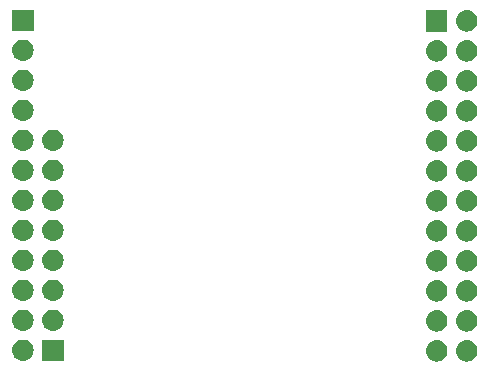
<source format=gbr>
G04 #@! TF.GenerationSoftware,KiCad,Pcbnew,5.1.2*
G04 #@! TF.CreationDate,2019-07-12T14:08:37+08:00*
G04 #@! TF.ProjectId,GPS,4750532e-6b69-4636-9164-5f7063625858,0.2*
G04 #@! TF.SameCoordinates,Original*
G04 #@! TF.FileFunction,Soldermask,Top*
G04 #@! TF.FilePolarity,Negative*
%FSLAX46Y46*%
G04 Gerber Fmt 4.6, Leading zero omitted, Abs format (unit mm)*
G04 Created by KiCad (PCBNEW 5.1.2) date 2019-07-12 14:08:37*
%MOMM*%
%LPD*%
G04 APERTURE LIST*
%ADD10C,0.100000*%
G04 APERTURE END LIST*
D10*
G36*
X144890442Y-84195518D02*
G01*
X144956627Y-84202037D01*
X145126466Y-84253557D01*
X145282991Y-84337222D01*
X145318729Y-84366552D01*
X145420186Y-84449814D01*
X145503448Y-84551271D01*
X145532778Y-84587009D01*
X145616443Y-84743534D01*
X145667963Y-84913373D01*
X145685359Y-85090000D01*
X145667963Y-85266627D01*
X145616443Y-85436466D01*
X145532778Y-85592991D01*
X145503448Y-85628729D01*
X145420186Y-85730186D01*
X145318729Y-85813448D01*
X145282991Y-85842778D01*
X145126466Y-85926443D01*
X144956627Y-85977963D01*
X144890442Y-85984482D01*
X144824260Y-85991000D01*
X144735740Y-85991000D01*
X144669558Y-85984482D01*
X144603373Y-85977963D01*
X144433534Y-85926443D01*
X144277009Y-85842778D01*
X144241271Y-85813448D01*
X144139814Y-85730186D01*
X144056552Y-85628729D01*
X144027222Y-85592991D01*
X143943557Y-85436466D01*
X143892037Y-85266627D01*
X143874641Y-85090000D01*
X143892037Y-84913373D01*
X143943557Y-84743534D01*
X144027222Y-84587009D01*
X144056552Y-84551271D01*
X144139814Y-84449814D01*
X144241271Y-84366552D01*
X144277009Y-84337222D01*
X144433534Y-84253557D01*
X144603373Y-84202037D01*
X144669558Y-84195518D01*
X144735740Y-84189000D01*
X144824260Y-84189000D01*
X144890442Y-84195518D01*
X144890442Y-84195518D01*
G37*
G36*
X142350442Y-84195518D02*
G01*
X142416627Y-84202037D01*
X142586466Y-84253557D01*
X142742991Y-84337222D01*
X142778729Y-84366552D01*
X142880186Y-84449814D01*
X142963448Y-84551271D01*
X142992778Y-84587009D01*
X143076443Y-84743534D01*
X143127963Y-84913373D01*
X143145359Y-85090000D01*
X143127963Y-85266627D01*
X143076443Y-85436466D01*
X142992778Y-85592991D01*
X142963448Y-85628729D01*
X142880186Y-85730186D01*
X142778729Y-85813448D01*
X142742991Y-85842778D01*
X142586466Y-85926443D01*
X142416627Y-85977963D01*
X142350442Y-85984482D01*
X142284260Y-85991000D01*
X142195740Y-85991000D01*
X142129558Y-85984482D01*
X142063373Y-85977963D01*
X141893534Y-85926443D01*
X141737009Y-85842778D01*
X141701271Y-85813448D01*
X141599814Y-85730186D01*
X141516552Y-85628729D01*
X141487222Y-85592991D01*
X141403557Y-85436466D01*
X141352037Y-85266627D01*
X141334641Y-85090000D01*
X141352037Y-84913373D01*
X141403557Y-84743534D01*
X141487222Y-84587009D01*
X141516552Y-84551271D01*
X141599814Y-84449814D01*
X141701271Y-84366552D01*
X141737009Y-84337222D01*
X141893534Y-84253557D01*
X142063373Y-84202037D01*
X142129558Y-84195518D01*
X142195740Y-84189000D01*
X142284260Y-84189000D01*
X142350442Y-84195518D01*
X142350442Y-84195518D01*
G37*
G36*
X110654400Y-85927500D02*
G01*
X108852400Y-85927500D01*
X108852400Y-84125500D01*
X110654400Y-84125500D01*
X110654400Y-85927500D01*
X110654400Y-85927500D01*
G37*
G36*
X107323843Y-84132019D02*
G01*
X107390027Y-84138537D01*
X107559866Y-84190057D01*
X107716391Y-84273722D01*
X107752129Y-84303052D01*
X107853586Y-84386314D01*
X107936848Y-84487771D01*
X107966178Y-84523509D01*
X108049843Y-84680034D01*
X108101363Y-84849873D01*
X108118759Y-85026500D01*
X108101363Y-85203127D01*
X108049843Y-85372966D01*
X107966178Y-85529491D01*
X107936848Y-85565229D01*
X107853586Y-85666686D01*
X107752129Y-85749948D01*
X107716391Y-85779278D01*
X107559866Y-85862943D01*
X107390027Y-85914463D01*
X107323842Y-85920982D01*
X107257660Y-85927500D01*
X107169140Y-85927500D01*
X107102958Y-85920982D01*
X107036773Y-85914463D01*
X106866934Y-85862943D01*
X106710409Y-85779278D01*
X106674671Y-85749948D01*
X106573214Y-85666686D01*
X106489952Y-85565229D01*
X106460622Y-85529491D01*
X106376957Y-85372966D01*
X106325437Y-85203127D01*
X106308041Y-85026500D01*
X106325437Y-84849873D01*
X106376957Y-84680034D01*
X106460622Y-84523509D01*
X106489952Y-84487771D01*
X106573214Y-84386314D01*
X106674671Y-84303052D01*
X106710409Y-84273722D01*
X106866934Y-84190057D01*
X107036773Y-84138537D01*
X107102957Y-84132019D01*
X107169140Y-84125500D01*
X107257660Y-84125500D01*
X107323843Y-84132019D01*
X107323843Y-84132019D01*
G37*
G36*
X142350443Y-81655519D02*
G01*
X142416627Y-81662037D01*
X142586466Y-81713557D01*
X142742991Y-81797222D01*
X142778729Y-81826552D01*
X142880186Y-81909814D01*
X142963448Y-82011271D01*
X142992778Y-82047009D01*
X143076443Y-82203534D01*
X143127963Y-82373373D01*
X143145359Y-82550000D01*
X143127963Y-82726627D01*
X143076443Y-82896466D01*
X142992778Y-83052991D01*
X142963448Y-83088729D01*
X142880186Y-83190186D01*
X142778729Y-83273448D01*
X142742991Y-83302778D01*
X142586466Y-83386443D01*
X142416627Y-83437963D01*
X142350443Y-83444481D01*
X142284260Y-83451000D01*
X142195740Y-83451000D01*
X142129557Y-83444481D01*
X142063373Y-83437963D01*
X141893534Y-83386443D01*
X141737009Y-83302778D01*
X141701271Y-83273448D01*
X141599814Y-83190186D01*
X141516552Y-83088729D01*
X141487222Y-83052991D01*
X141403557Y-82896466D01*
X141352037Y-82726627D01*
X141334641Y-82550000D01*
X141352037Y-82373373D01*
X141403557Y-82203534D01*
X141487222Y-82047009D01*
X141516552Y-82011271D01*
X141599814Y-81909814D01*
X141701271Y-81826552D01*
X141737009Y-81797222D01*
X141893534Y-81713557D01*
X142063373Y-81662037D01*
X142129557Y-81655519D01*
X142195740Y-81649000D01*
X142284260Y-81649000D01*
X142350443Y-81655519D01*
X142350443Y-81655519D01*
G37*
G36*
X144890443Y-81655519D02*
G01*
X144956627Y-81662037D01*
X145126466Y-81713557D01*
X145282991Y-81797222D01*
X145318729Y-81826552D01*
X145420186Y-81909814D01*
X145503448Y-82011271D01*
X145532778Y-82047009D01*
X145616443Y-82203534D01*
X145667963Y-82373373D01*
X145685359Y-82550000D01*
X145667963Y-82726627D01*
X145616443Y-82896466D01*
X145532778Y-83052991D01*
X145503448Y-83088729D01*
X145420186Y-83190186D01*
X145318729Y-83273448D01*
X145282991Y-83302778D01*
X145126466Y-83386443D01*
X144956627Y-83437963D01*
X144890443Y-83444481D01*
X144824260Y-83451000D01*
X144735740Y-83451000D01*
X144669557Y-83444481D01*
X144603373Y-83437963D01*
X144433534Y-83386443D01*
X144277009Y-83302778D01*
X144241271Y-83273448D01*
X144139814Y-83190186D01*
X144056552Y-83088729D01*
X144027222Y-83052991D01*
X143943557Y-82896466D01*
X143892037Y-82726627D01*
X143874641Y-82550000D01*
X143892037Y-82373373D01*
X143943557Y-82203534D01*
X144027222Y-82047009D01*
X144056552Y-82011271D01*
X144139814Y-81909814D01*
X144241271Y-81826552D01*
X144277009Y-81797222D01*
X144433534Y-81713557D01*
X144603373Y-81662037D01*
X144669557Y-81655519D01*
X144735740Y-81649000D01*
X144824260Y-81649000D01*
X144890443Y-81655519D01*
X144890443Y-81655519D01*
G37*
G36*
X107323842Y-81592018D02*
G01*
X107390027Y-81598537D01*
X107559866Y-81650057D01*
X107716391Y-81733722D01*
X107752129Y-81763052D01*
X107853586Y-81846314D01*
X107936848Y-81947771D01*
X107966178Y-81983509D01*
X108049843Y-82140034D01*
X108101363Y-82309873D01*
X108118759Y-82486500D01*
X108101363Y-82663127D01*
X108049843Y-82832966D01*
X107966178Y-82989491D01*
X107936848Y-83025229D01*
X107853586Y-83126686D01*
X107752129Y-83209948D01*
X107716391Y-83239278D01*
X107559866Y-83322943D01*
X107390027Y-83374463D01*
X107323842Y-83380982D01*
X107257660Y-83387500D01*
X107169140Y-83387500D01*
X107102958Y-83380982D01*
X107036773Y-83374463D01*
X106866934Y-83322943D01*
X106710409Y-83239278D01*
X106674671Y-83209948D01*
X106573214Y-83126686D01*
X106489952Y-83025229D01*
X106460622Y-82989491D01*
X106376957Y-82832966D01*
X106325437Y-82663127D01*
X106308041Y-82486500D01*
X106325437Y-82309873D01*
X106376957Y-82140034D01*
X106460622Y-81983509D01*
X106489952Y-81947771D01*
X106573214Y-81846314D01*
X106674671Y-81763052D01*
X106710409Y-81733722D01*
X106866934Y-81650057D01*
X107036773Y-81598537D01*
X107102958Y-81592018D01*
X107169140Y-81585500D01*
X107257660Y-81585500D01*
X107323842Y-81592018D01*
X107323842Y-81592018D01*
G37*
G36*
X109863842Y-81592018D02*
G01*
X109930027Y-81598537D01*
X110099866Y-81650057D01*
X110256391Y-81733722D01*
X110292129Y-81763052D01*
X110393586Y-81846314D01*
X110476848Y-81947771D01*
X110506178Y-81983509D01*
X110589843Y-82140034D01*
X110641363Y-82309873D01*
X110658759Y-82486500D01*
X110641363Y-82663127D01*
X110589843Y-82832966D01*
X110506178Y-82989491D01*
X110476848Y-83025229D01*
X110393586Y-83126686D01*
X110292129Y-83209948D01*
X110256391Y-83239278D01*
X110099866Y-83322943D01*
X109930027Y-83374463D01*
X109863842Y-83380982D01*
X109797660Y-83387500D01*
X109709140Y-83387500D01*
X109642958Y-83380982D01*
X109576773Y-83374463D01*
X109406934Y-83322943D01*
X109250409Y-83239278D01*
X109214671Y-83209948D01*
X109113214Y-83126686D01*
X109029952Y-83025229D01*
X109000622Y-82989491D01*
X108916957Y-82832966D01*
X108865437Y-82663127D01*
X108848041Y-82486500D01*
X108865437Y-82309873D01*
X108916957Y-82140034D01*
X109000622Y-81983509D01*
X109029952Y-81947771D01*
X109113214Y-81846314D01*
X109214671Y-81763052D01*
X109250409Y-81733722D01*
X109406934Y-81650057D01*
X109576773Y-81598537D01*
X109642958Y-81592018D01*
X109709140Y-81585500D01*
X109797660Y-81585500D01*
X109863842Y-81592018D01*
X109863842Y-81592018D01*
G37*
G36*
X142350443Y-79115519D02*
G01*
X142416627Y-79122037D01*
X142586466Y-79173557D01*
X142742991Y-79257222D01*
X142778729Y-79286552D01*
X142880186Y-79369814D01*
X142963448Y-79471271D01*
X142992778Y-79507009D01*
X143076443Y-79663534D01*
X143127963Y-79833373D01*
X143145359Y-80010000D01*
X143127963Y-80186627D01*
X143076443Y-80356466D01*
X142992778Y-80512991D01*
X142963448Y-80548729D01*
X142880186Y-80650186D01*
X142778729Y-80733448D01*
X142742991Y-80762778D01*
X142586466Y-80846443D01*
X142416627Y-80897963D01*
X142350442Y-80904482D01*
X142284260Y-80911000D01*
X142195740Y-80911000D01*
X142129558Y-80904482D01*
X142063373Y-80897963D01*
X141893534Y-80846443D01*
X141737009Y-80762778D01*
X141701271Y-80733448D01*
X141599814Y-80650186D01*
X141516552Y-80548729D01*
X141487222Y-80512991D01*
X141403557Y-80356466D01*
X141352037Y-80186627D01*
X141334641Y-80010000D01*
X141352037Y-79833373D01*
X141403557Y-79663534D01*
X141487222Y-79507009D01*
X141516552Y-79471271D01*
X141599814Y-79369814D01*
X141701271Y-79286552D01*
X141737009Y-79257222D01*
X141893534Y-79173557D01*
X142063373Y-79122037D01*
X142129557Y-79115519D01*
X142195740Y-79109000D01*
X142284260Y-79109000D01*
X142350443Y-79115519D01*
X142350443Y-79115519D01*
G37*
G36*
X144890443Y-79115519D02*
G01*
X144956627Y-79122037D01*
X145126466Y-79173557D01*
X145282991Y-79257222D01*
X145318729Y-79286552D01*
X145420186Y-79369814D01*
X145503448Y-79471271D01*
X145532778Y-79507009D01*
X145616443Y-79663534D01*
X145667963Y-79833373D01*
X145685359Y-80010000D01*
X145667963Y-80186627D01*
X145616443Y-80356466D01*
X145532778Y-80512991D01*
X145503448Y-80548729D01*
X145420186Y-80650186D01*
X145318729Y-80733448D01*
X145282991Y-80762778D01*
X145126466Y-80846443D01*
X144956627Y-80897963D01*
X144890442Y-80904482D01*
X144824260Y-80911000D01*
X144735740Y-80911000D01*
X144669558Y-80904482D01*
X144603373Y-80897963D01*
X144433534Y-80846443D01*
X144277009Y-80762778D01*
X144241271Y-80733448D01*
X144139814Y-80650186D01*
X144056552Y-80548729D01*
X144027222Y-80512991D01*
X143943557Y-80356466D01*
X143892037Y-80186627D01*
X143874641Y-80010000D01*
X143892037Y-79833373D01*
X143943557Y-79663534D01*
X144027222Y-79507009D01*
X144056552Y-79471271D01*
X144139814Y-79369814D01*
X144241271Y-79286552D01*
X144277009Y-79257222D01*
X144433534Y-79173557D01*
X144603373Y-79122037D01*
X144669557Y-79115519D01*
X144735740Y-79109000D01*
X144824260Y-79109000D01*
X144890443Y-79115519D01*
X144890443Y-79115519D01*
G37*
G36*
X107323842Y-79052018D02*
G01*
X107390027Y-79058537D01*
X107559866Y-79110057D01*
X107716391Y-79193722D01*
X107752129Y-79223052D01*
X107853586Y-79306314D01*
X107936848Y-79407771D01*
X107966178Y-79443509D01*
X108049843Y-79600034D01*
X108101363Y-79769873D01*
X108118759Y-79946500D01*
X108101363Y-80123127D01*
X108049843Y-80292966D01*
X107966178Y-80449491D01*
X107936848Y-80485229D01*
X107853586Y-80586686D01*
X107752129Y-80669948D01*
X107716391Y-80699278D01*
X107559866Y-80782943D01*
X107390027Y-80834463D01*
X107323842Y-80840982D01*
X107257660Y-80847500D01*
X107169140Y-80847500D01*
X107102958Y-80840982D01*
X107036773Y-80834463D01*
X106866934Y-80782943D01*
X106710409Y-80699278D01*
X106674671Y-80669948D01*
X106573214Y-80586686D01*
X106489952Y-80485229D01*
X106460622Y-80449491D01*
X106376957Y-80292966D01*
X106325437Y-80123127D01*
X106308041Y-79946500D01*
X106325437Y-79769873D01*
X106376957Y-79600034D01*
X106460622Y-79443509D01*
X106489952Y-79407771D01*
X106573214Y-79306314D01*
X106674671Y-79223052D01*
X106710409Y-79193722D01*
X106866934Y-79110057D01*
X107036773Y-79058537D01*
X107102958Y-79052018D01*
X107169140Y-79045500D01*
X107257660Y-79045500D01*
X107323842Y-79052018D01*
X107323842Y-79052018D01*
G37*
G36*
X109863842Y-79052018D02*
G01*
X109930027Y-79058537D01*
X110099866Y-79110057D01*
X110256391Y-79193722D01*
X110292129Y-79223052D01*
X110393586Y-79306314D01*
X110476848Y-79407771D01*
X110506178Y-79443509D01*
X110589843Y-79600034D01*
X110641363Y-79769873D01*
X110658759Y-79946500D01*
X110641363Y-80123127D01*
X110589843Y-80292966D01*
X110506178Y-80449491D01*
X110476848Y-80485229D01*
X110393586Y-80586686D01*
X110292129Y-80669948D01*
X110256391Y-80699278D01*
X110099866Y-80782943D01*
X109930027Y-80834463D01*
X109863842Y-80840982D01*
X109797660Y-80847500D01*
X109709140Y-80847500D01*
X109642958Y-80840982D01*
X109576773Y-80834463D01*
X109406934Y-80782943D01*
X109250409Y-80699278D01*
X109214671Y-80669948D01*
X109113214Y-80586686D01*
X109029952Y-80485229D01*
X109000622Y-80449491D01*
X108916957Y-80292966D01*
X108865437Y-80123127D01*
X108848041Y-79946500D01*
X108865437Y-79769873D01*
X108916957Y-79600034D01*
X109000622Y-79443509D01*
X109029952Y-79407771D01*
X109113214Y-79306314D01*
X109214671Y-79223052D01*
X109250409Y-79193722D01*
X109406934Y-79110057D01*
X109576773Y-79058537D01*
X109642958Y-79052018D01*
X109709140Y-79045500D01*
X109797660Y-79045500D01*
X109863842Y-79052018D01*
X109863842Y-79052018D01*
G37*
G36*
X144890443Y-76575519D02*
G01*
X144956627Y-76582037D01*
X145126466Y-76633557D01*
X145282991Y-76717222D01*
X145318729Y-76746552D01*
X145420186Y-76829814D01*
X145503448Y-76931271D01*
X145532778Y-76967009D01*
X145616443Y-77123534D01*
X145667963Y-77293373D01*
X145685359Y-77470000D01*
X145667963Y-77646627D01*
X145616443Y-77816466D01*
X145532778Y-77972991D01*
X145503448Y-78008729D01*
X145420186Y-78110186D01*
X145318729Y-78193448D01*
X145282991Y-78222778D01*
X145126466Y-78306443D01*
X144956627Y-78357963D01*
X144890443Y-78364481D01*
X144824260Y-78371000D01*
X144735740Y-78371000D01*
X144669557Y-78364481D01*
X144603373Y-78357963D01*
X144433534Y-78306443D01*
X144277009Y-78222778D01*
X144241271Y-78193448D01*
X144139814Y-78110186D01*
X144056552Y-78008729D01*
X144027222Y-77972991D01*
X143943557Y-77816466D01*
X143892037Y-77646627D01*
X143874641Y-77470000D01*
X143892037Y-77293373D01*
X143943557Y-77123534D01*
X144027222Y-76967009D01*
X144056552Y-76931271D01*
X144139814Y-76829814D01*
X144241271Y-76746552D01*
X144277009Y-76717222D01*
X144433534Y-76633557D01*
X144603373Y-76582037D01*
X144669557Y-76575519D01*
X144735740Y-76569000D01*
X144824260Y-76569000D01*
X144890443Y-76575519D01*
X144890443Y-76575519D01*
G37*
G36*
X142350443Y-76575519D02*
G01*
X142416627Y-76582037D01*
X142586466Y-76633557D01*
X142742991Y-76717222D01*
X142778729Y-76746552D01*
X142880186Y-76829814D01*
X142963448Y-76931271D01*
X142992778Y-76967009D01*
X143076443Y-77123534D01*
X143127963Y-77293373D01*
X143145359Y-77470000D01*
X143127963Y-77646627D01*
X143076443Y-77816466D01*
X142992778Y-77972991D01*
X142963448Y-78008729D01*
X142880186Y-78110186D01*
X142778729Y-78193448D01*
X142742991Y-78222778D01*
X142586466Y-78306443D01*
X142416627Y-78357963D01*
X142350443Y-78364481D01*
X142284260Y-78371000D01*
X142195740Y-78371000D01*
X142129557Y-78364481D01*
X142063373Y-78357963D01*
X141893534Y-78306443D01*
X141737009Y-78222778D01*
X141701271Y-78193448D01*
X141599814Y-78110186D01*
X141516552Y-78008729D01*
X141487222Y-77972991D01*
X141403557Y-77816466D01*
X141352037Y-77646627D01*
X141334641Y-77470000D01*
X141352037Y-77293373D01*
X141403557Y-77123534D01*
X141487222Y-76967009D01*
X141516552Y-76931271D01*
X141599814Y-76829814D01*
X141701271Y-76746552D01*
X141737009Y-76717222D01*
X141893534Y-76633557D01*
X142063373Y-76582037D01*
X142129557Y-76575519D01*
X142195740Y-76569000D01*
X142284260Y-76569000D01*
X142350443Y-76575519D01*
X142350443Y-76575519D01*
G37*
G36*
X109863842Y-76512018D02*
G01*
X109930027Y-76518537D01*
X110099866Y-76570057D01*
X110256391Y-76653722D01*
X110292129Y-76683052D01*
X110393586Y-76766314D01*
X110476848Y-76867771D01*
X110506178Y-76903509D01*
X110589843Y-77060034D01*
X110641363Y-77229873D01*
X110658759Y-77406500D01*
X110641363Y-77583127D01*
X110589843Y-77752966D01*
X110506178Y-77909491D01*
X110476848Y-77945229D01*
X110393586Y-78046686D01*
X110292129Y-78129948D01*
X110256391Y-78159278D01*
X110099866Y-78242943D01*
X109930027Y-78294463D01*
X109863843Y-78300981D01*
X109797660Y-78307500D01*
X109709140Y-78307500D01*
X109642957Y-78300981D01*
X109576773Y-78294463D01*
X109406934Y-78242943D01*
X109250409Y-78159278D01*
X109214671Y-78129948D01*
X109113214Y-78046686D01*
X109029952Y-77945229D01*
X109000622Y-77909491D01*
X108916957Y-77752966D01*
X108865437Y-77583127D01*
X108848041Y-77406500D01*
X108865437Y-77229873D01*
X108916957Y-77060034D01*
X109000622Y-76903509D01*
X109029952Y-76867771D01*
X109113214Y-76766314D01*
X109214671Y-76683052D01*
X109250409Y-76653722D01*
X109406934Y-76570057D01*
X109576773Y-76518537D01*
X109642958Y-76512018D01*
X109709140Y-76505500D01*
X109797660Y-76505500D01*
X109863842Y-76512018D01*
X109863842Y-76512018D01*
G37*
G36*
X107323842Y-76512018D02*
G01*
X107390027Y-76518537D01*
X107559866Y-76570057D01*
X107716391Y-76653722D01*
X107752129Y-76683052D01*
X107853586Y-76766314D01*
X107936848Y-76867771D01*
X107966178Y-76903509D01*
X108049843Y-77060034D01*
X108101363Y-77229873D01*
X108118759Y-77406500D01*
X108101363Y-77583127D01*
X108049843Y-77752966D01*
X107966178Y-77909491D01*
X107936848Y-77945229D01*
X107853586Y-78046686D01*
X107752129Y-78129948D01*
X107716391Y-78159278D01*
X107559866Y-78242943D01*
X107390027Y-78294463D01*
X107323843Y-78300981D01*
X107257660Y-78307500D01*
X107169140Y-78307500D01*
X107102957Y-78300981D01*
X107036773Y-78294463D01*
X106866934Y-78242943D01*
X106710409Y-78159278D01*
X106674671Y-78129948D01*
X106573214Y-78046686D01*
X106489952Y-77945229D01*
X106460622Y-77909491D01*
X106376957Y-77752966D01*
X106325437Y-77583127D01*
X106308041Y-77406500D01*
X106325437Y-77229873D01*
X106376957Y-77060034D01*
X106460622Y-76903509D01*
X106489952Y-76867771D01*
X106573214Y-76766314D01*
X106674671Y-76683052D01*
X106710409Y-76653722D01*
X106866934Y-76570057D01*
X107036773Y-76518537D01*
X107102958Y-76512018D01*
X107169140Y-76505500D01*
X107257660Y-76505500D01*
X107323842Y-76512018D01*
X107323842Y-76512018D01*
G37*
G36*
X144890442Y-74035518D02*
G01*
X144956627Y-74042037D01*
X145126466Y-74093557D01*
X145282991Y-74177222D01*
X145318729Y-74206552D01*
X145420186Y-74289814D01*
X145503448Y-74391271D01*
X145532778Y-74427009D01*
X145616443Y-74583534D01*
X145667963Y-74753373D01*
X145685359Y-74930000D01*
X145667963Y-75106627D01*
X145616443Y-75276466D01*
X145532778Y-75432991D01*
X145503448Y-75468729D01*
X145420186Y-75570186D01*
X145318729Y-75653448D01*
X145282991Y-75682778D01*
X145126466Y-75766443D01*
X144956627Y-75817963D01*
X144890442Y-75824482D01*
X144824260Y-75831000D01*
X144735740Y-75831000D01*
X144669558Y-75824482D01*
X144603373Y-75817963D01*
X144433534Y-75766443D01*
X144277009Y-75682778D01*
X144241271Y-75653448D01*
X144139814Y-75570186D01*
X144056552Y-75468729D01*
X144027222Y-75432991D01*
X143943557Y-75276466D01*
X143892037Y-75106627D01*
X143874641Y-74930000D01*
X143892037Y-74753373D01*
X143943557Y-74583534D01*
X144027222Y-74427009D01*
X144056552Y-74391271D01*
X144139814Y-74289814D01*
X144241271Y-74206552D01*
X144277009Y-74177222D01*
X144433534Y-74093557D01*
X144603373Y-74042037D01*
X144669558Y-74035518D01*
X144735740Y-74029000D01*
X144824260Y-74029000D01*
X144890442Y-74035518D01*
X144890442Y-74035518D01*
G37*
G36*
X142350442Y-74035518D02*
G01*
X142416627Y-74042037D01*
X142586466Y-74093557D01*
X142742991Y-74177222D01*
X142778729Y-74206552D01*
X142880186Y-74289814D01*
X142963448Y-74391271D01*
X142992778Y-74427009D01*
X143076443Y-74583534D01*
X143127963Y-74753373D01*
X143145359Y-74930000D01*
X143127963Y-75106627D01*
X143076443Y-75276466D01*
X142992778Y-75432991D01*
X142963448Y-75468729D01*
X142880186Y-75570186D01*
X142778729Y-75653448D01*
X142742991Y-75682778D01*
X142586466Y-75766443D01*
X142416627Y-75817963D01*
X142350442Y-75824482D01*
X142284260Y-75831000D01*
X142195740Y-75831000D01*
X142129558Y-75824482D01*
X142063373Y-75817963D01*
X141893534Y-75766443D01*
X141737009Y-75682778D01*
X141701271Y-75653448D01*
X141599814Y-75570186D01*
X141516552Y-75468729D01*
X141487222Y-75432991D01*
X141403557Y-75276466D01*
X141352037Y-75106627D01*
X141334641Y-74930000D01*
X141352037Y-74753373D01*
X141403557Y-74583534D01*
X141487222Y-74427009D01*
X141516552Y-74391271D01*
X141599814Y-74289814D01*
X141701271Y-74206552D01*
X141737009Y-74177222D01*
X141893534Y-74093557D01*
X142063373Y-74042037D01*
X142129558Y-74035518D01*
X142195740Y-74029000D01*
X142284260Y-74029000D01*
X142350442Y-74035518D01*
X142350442Y-74035518D01*
G37*
G36*
X107323843Y-73972019D02*
G01*
X107390027Y-73978537D01*
X107559866Y-74030057D01*
X107716391Y-74113722D01*
X107752129Y-74143052D01*
X107853586Y-74226314D01*
X107936848Y-74327771D01*
X107966178Y-74363509D01*
X108049843Y-74520034D01*
X108101363Y-74689873D01*
X108118759Y-74866500D01*
X108101363Y-75043127D01*
X108049843Y-75212966D01*
X107966178Y-75369491D01*
X107936848Y-75405229D01*
X107853586Y-75506686D01*
X107752129Y-75589948D01*
X107716391Y-75619278D01*
X107559866Y-75702943D01*
X107390027Y-75754463D01*
X107323842Y-75760982D01*
X107257660Y-75767500D01*
X107169140Y-75767500D01*
X107102958Y-75760982D01*
X107036773Y-75754463D01*
X106866934Y-75702943D01*
X106710409Y-75619278D01*
X106674671Y-75589948D01*
X106573214Y-75506686D01*
X106489952Y-75405229D01*
X106460622Y-75369491D01*
X106376957Y-75212966D01*
X106325437Y-75043127D01*
X106308041Y-74866500D01*
X106325437Y-74689873D01*
X106376957Y-74520034D01*
X106460622Y-74363509D01*
X106489952Y-74327771D01*
X106573214Y-74226314D01*
X106674671Y-74143052D01*
X106710409Y-74113722D01*
X106866934Y-74030057D01*
X107036773Y-73978537D01*
X107102957Y-73972019D01*
X107169140Y-73965500D01*
X107257660Y-73965500D01*
X107323843Y-73972019D01*
X107323843Y-73972019D01*
G37*
G36*
X109863843Y-73972019D02*
G01*
X109930027Y-73978537D01*
X110099866Y-74030057D01*
X110256391Y-74113722D01*
X110292129Y-74143052D01*
X110393586Y-74226314D01*
X110476848Y-74327771D01*
X110506178Y-74363509D01*
X110589843Y-74520034D01*
X110641363Y-74689873D01*
X110658759Y-74866500D01*
X110641363Y-75043127D01*
X110589843Y-75212966D01*
X110506178Y-75369491D01*
X110476848Y-75405229D01*
X110393586Y-75506686D01*
X110292129Y-75589948D01*
X110256391Y-75619278D01*
X110099866Y-75702943D01*
X109930027Y-75754463D01*
X109863842Y-75760982D01*
X109797660Y-75767500D01*
X109709140Y-75767500D01*
X109642958Y-75760982D01*
X109576773Y-75754463D01*
X109406934Y-75702943D01*
X109250409Y-75619278D01*
X109214671Y-75589948D01*
X109113214Y-75506686D01*
X109029952Y-75405229D01*
X109000622Y-75369491D01*
X108916957Y-75212966D01*
X108865437Y-75043127D01*
X108848041Y-74866500D01*
X108865437Y-74689873D01*
X108916957Y-74520034D01*
X109000622Y-74363509D01*
X109029952Y-74327771D01*
X109113214Y-74226314D01*
X109214671Y-74143052D01*
X109250409Y-74113722D01*
X109406934Y-74030057D01*
X109576773Y-73978537D01*
X109642957Y-73972019D01*
X109709140Y-73965500D01*
X109797660Y-73965500D01*
X109863843Y-73972019D01*
X109863843Y-73972019D01*
G37*
G36*
X144890443Y-71495519D02*
G01*
X144956627Y-71502037D01*
X145126466Y-71553557D01*
X145282991Y-71637222D01*
X145318729Y-71666552D01*
X145420186Y-71749814D01*
X145503448Y-71851271D01*
X145532778Y-71887009D01*
X145616443Y-72043534D01*
X145667963Y-72213373D01*
X145685359Y-72390000D01*
X145667963Y-72566627D01*
X145616443Y-72736466D01*
X145532778Y-72892991D01*
X145503448Y-72928729D01*
X145420186Y-73030186D01*
X145318729Y-73113448D01*
X145282991Y-73142778D01*
X145126466Y-73226443D01*
X144956627Y-73277963D01*
X144890443Y-73284481D01*
X144824260Y-73291000D01*
X144735740Y-73291000D01*
X144669557Y-73284481D01*
X144603373Y-73277963D01*
X144433534Y-73226443D01*
X144277009Y-73142778D01*
X144241271Y-73113448D01*
X144139814Y-73030186D01*
X144056552Y-72928729D01*
X144027222Y-72892991D01*
X143943557Y-72736466D01*
X143892037Y-72566627D01*
X143874641Y-72390000D01*
X143892037Y-72213373D01*
X143943557Y-72043534D01*
X144027222Y-71887009D01*
X144056552Y-71851271D01*
X144139814Y-71749814D01*
X144241271Y-71666552D01*
X144277009Y-71637222D01*
X144433534Y-71553557D01*
X144603373Y-71502037D01*
X144669557Y-71495519D01*
X144735740Y-71489000D01*
X144824260Y-71489000D01*
X144890443Y-71495519D01*
X144890443Y-71495519D01*
G37*
G36*
X142350443Y-71495519D02*
G01*
X142416627Y-71502037D01*
X142586466Y-71553557D01*
X142742991Y-71637222D01*
X142778729Y-71666552D01*
X142880186Y-71749814D01*
X142963448Y-71851271D01*
X142992778Y-71887009D01*
X143076443Y-72043534D01*
X143127963Y-72213373D01*
X143145359Y-72390000D01*
X143127963Y-72566627D01*
X143076443Y-72736466D01*
X142992778Y-72892991D01*
X142963448Y-72928729D01*
X142880186Y-73030186D01*
X142778729Y-73113448D01*
X142742991Y-73142778D01*
X142586466Y-73226443D01*
X142416627Y-73277963D01*
X142350443Y-73284481D01*
X142284260Y-73291000D01*
X142195740Y-73291000D01*
X142129557Y-73284481D01*
X142063373Y-73277963D01*
X141893534Y-73226443D01*
X141737009Y-73142778D01*
X141701271Y-73113448D01*
X141599814Y-73030186D01*
X141516552Y-72928729D01*
X141487222Y-72892991D01*
X141403557Y-72736466D01*
X141352037Y-72566627D01*
X141334641Y-72390000D01*
X141352037Y-72213373D01*
X141403557Y-72043534D01*
X141487222Y-71887009D01*
X141516552Y-71851271D01*
X141599814Y-71749814D01*
X141701271Y-71666552D01*
X141737009Y-71637222D01*
X141893534Y-71553557D01*
X142063373Y-71502037D01*
X142129557Y-71495519D01*
X142195740Y-71489000D01*
X142284260Y-71489000D01*
X142350443Y-71495519D01*
X142350443Y-71495519D01*
G37*
G36*
X109863843Y-71432019D02*
G01*
X109930027Y-71438537D01*
X110099866Y-71490057D01*
X110256391Y-71573722D01*
X110292129Y-71603052D01*
X110393586Y-71686314D01*
X110476848Y-71787771D01*
X110506178Y-71823509D01*
X110589843Y-71980034D01*
X110641363Y-72149873D01*
X110658759Y-72326500D01*
X110641363Y-72503127D01*
X110589843Y-72672966D01*
X110506178Y-72829491D01*
X110476848Y-72865229D01*
X110393586Y-72966686D01*
X110292129Y-73049948D01*
X110256391Y-73079278D01*
X110099866Y-73162943D01*
X109930027Y-73214463D01*
X109863843Y-73220981D01*
X109797660Y-73227500D01*
X109709140Y-73227500D01*
X109642957Y-73220981D01*
X109576773Y-73214463D01*
X109406934Y-73162943D01*
X109250409Y-73079278D01*
X109214671Y-73049948D01*
X109113214Y-72966686D01*
X109029952Y-72865229D01*
X109000622Y-72829491D01*
X108916957Y-72672966D01*
X108865437Y-72503127D01*
X108848041Y-72326500D01*
X108865437Y-72149873D01*
X108916957Y-71980034D01*
X109000622Y-71823509D01*
X109029952Y-71787771D01*
X109113214Y-71686314D01*
X109214671Y-71603052D01*
X109250409Y-71573722D01*
X109406934Y-71490057D01*
X109576773Y-71438537D01*
X109642957Y-71432019D01*
X109709140Y-71425500D01*
X109797660Y-71425500D01*
X109863843Y-71432019D01*
X109863843Y-71432019D01*
G37*
G36*
X107323843Y-71432019D02*
G01*
X107390027Y-71438537D01*
X107559866Y-71490057D01*
X107716391Y-71573722D01*
X107752129Y-71603052D01*
X107853586Y-71686314D01*
X107936848Y-71787771D01*
X107966178Y-71823509D01*
X108049843Y-71980034D01*
X108101363Y-72149873D01*
X108118759Y-72326500D01*
X108101363Y-72503127D01*
X108049843Y-72672966D01*
X107966178Y-72829491D01*
X107936848Y-72865229D01*
X107853586Y-72966686D01*
X107752129Y-73049948D01*
X107716391Y-73079278D01*
X107559866Y-73162943D01*
X107390027Y-73214463D01*
X107323843Y-73220981D01*
X107257660Y-73227500D01*
X107169140Y-73227500D01*
X107102957Y-73220981D01*
X107036773Y-73214463D01*
X106866934Y-73162943D01*
X106710409Y-73079278D01*
X106674671Y-73049948D01*
X106573214Y-72966686D01*
X106489952Y-72865229D01*
X106460622Y-72829491D01*
X106376957Y-72672966D01*
X106325437Y-72503127D01*
X106308041Y-72326500D01*
X106325437Y-72149873D01*
X106376957Y-71980034D01*
X106460622Y-71823509D01*
X106489952Y-71787771D01*
X106573214Y-71686314D01*
X106674671Y-71603052D01*
X106710409Y-71573722D01*
X106866934Y-71490057D01*
X107036773Y-71438537D01*
X107102957Y-71432019D01*
X107169140Y-71425500D01*
X107257660Y-71425500D01*
X107323843Y-71432019D01*
X107323843Y-71432019D01*
G37*
G36*
X142350443Y-68955519D02*
G01*
X142416627Y-68962037D01*
X142586466Y-69013557D01*
X142742991Y-69097222D01*
X142778729Y-69126552D01*
X142880186Y-69209814D01*
X142963448Y-69311271D01*
X142992778Y-69347009D01*
X143076443Y-69503534D01*
X143127963Y-69673373D01*
X143145359Y-69850000D01*
X143127963Y-70026627D01*
X143076443Y-70196466D01*
X142992778Y-70352991D01*
X142963448Y-70388729D01*
X142880186Y-70490186D01*
X142778729Y-70573448D01*
X142742991Y-70602778D01*
X142586466Y-70686443D01*
X142416627Y-70737963D01*
X142350443Y-70744481D01*
X142284260Y-70751000D01*
X142195740Y-70751000D01*
X142129557Y-70744481D01*
X142063373Y-70737963D01*
X141893534Y-70686443D01*
X141737009Y-70602778D01*
X141701271Y-70573448D01*
X141599814Y-70490186D01*
X141516552Y-70388729D01*
X141487222Y-70352991D01*
X141403557Y-70196466D01*
X141352037Y-70026627D01*
X141334641Y-69850000D01*
X141352037Y-69673373D01*
X141403557Y-69503534D01*
X141487222Y-69347009D01*
X141516552Y-69311271D01*
X141599814Y-69209814D01*
X141701271Y-69126552D01*
X141737009Y-69097222D01*
X141893534Y-69013557D01*
X142063373Y-68962037D01*
X142129557Y-68955519D01*
X142195740Y-68949000D01*
X142284260Y-68949000D01*
X142350443Y-68955519D01*
X142350443Y-68955519D01*
G37*
G36*
X144890443Y-68955519D02*
G01*
X144956627Y-68962037D01*
X145126466Y-69013557D01*
X145282991Y-69097222D01*
X145318729Y-69126552D01*
X145420186Y-69209814D01*
X145503448Y-69311271D01*
X145532778Y-69347009D01*
X145616443Y-69503534D01*
X145667963Y-69673373D01*
X145685359Y-69850000D01*
X145667963Y-70026627D01*
X145616443Y-70196466D01*
X145532778Y-70352991D01*
X145503448Y-70388729D01*
X145420186Y-70490186D01*
X145318729Y-70573448D01*
X145282991Y-70602778D01*
X145126466Y-70686443D01*
X144956627Y-70737963D01*
X144890443Y-70744481D01*
X144824260Y-70751000D01*
X144735740Y-70751000D01*
X144669557Y-70744481D01*
X144603373Y-70737963D01*
X144433534Y-70686443D01*
X144277009Y-70602778D01*
X144241271Y-70573448D01*
X144139814Y-70490186D01*
X144056552Y-70388729D01*
X144027222Y-70352991D01*
X143943557Y-70196466D01*
X143892037Y-70026627D01*
X143874641Y-69850000D01*
X143892037Y-69673373D01*
X143943557Y-69503534D01*
X144027222Y-69347009D01*
X144056552Y-69311271D01*
X144139814Y-69209814D01*
X144241271Y-69126552D01*
X144277009Y-69097222D01*
X144433534Y-69013557D01*
X144603373Y-68962037D01*
X144669557Y-68955519D01*
X144735740Y-68949000D01*
X144824260Y-68949000D01*
X144890443Y-68955519D01*
X144890443Y-68955519D01*
G37*
G36*
X109863842Y-68892018D02*
G01*
X109930027Y-68898537D01*
X110099866Y-68950057D01*
X110256391Y-69033722D01*
X110292129Y-69063052D01*
X110393586Y-69146314D01*
X110476848Y-69247771D01*
X110506178Y-69283509D01*
X110589843Y-69440034D01*
X110641363Y-69609873D01*
X110658759Y-69786500D01*
X110641363Y-69963127D01*
X110589843Y-70132966D01*
X110506178Y-70289491D01*
X110476848Y-70325229D01*
X110393586Y-70426686D01*
X110292129Y-70509948D01*
X110256391Y-70539278D01*
X110099866Y-70622943D01*
X109930027Y-70674463D01*
X109863842Y-70680982D01*
X109797660Y-70687500D01*
X109709140Y-70687500D01*
X109642958Y-70680982D01*
X109576773Y-70674463D01*
X109406934Y-70622943D01*
X109250409Y-70539278D01*
X109214671Y-70509948D01*
X109113214Y-70426686D01*
X109029952Y-70325229D01*
X109000622Y-70289491D01*
X108916957Y-70132966D01*
X108865437Y-69963127D01*
X108848041Y-69786500D01*
X108865437Y-69609873D01*
X108916957Y-69440034D01*
X109000622Y-69283509D01*
X109029952Y-69247771D01*
X109113214Y-69146314D01*
X109214671Y-69063052D01*
X109250409Y-69033722D01*
X109406934Y-68950057D01*
X109576773Y-68898537D01*
X109642958Y-68892018D01*
X109709140Y-68885500D01*
X109797660Y-68885500D01*
X109863842Y-68892018D01*
X109863842Y-68892018D01*
G37*
G36*
X107323842Y-68892018D02*
G01*
X107390027Y-68898537D01*
X107559866Y-68950057D01*
X107716391Y-69033722D01*
X107752129Y-69063052D01*
X107853586Y-69146314D01*
X107936848Y-69247771D01*
X107966178Y-69283509D01*
X108049843Y-69440034D01*
X108101363Y-69609873D01*
X108118759Y-69786500D01*
X108101363Y-69963127D01*
X108049843Y-70132966D01*
X107966178Y-70289491D01*
X107936848Y-70325229D01*
X107853586Y-70426686D01*
X107752129Y-70509948D01*
X107716391Y-70539278D01*
X107559866Y-70622943D01*
X107390027Y-70674463D01*
X107323842Y-70680982D01*
X107257660Y-70687500D01*
X107169140Y-70687500D01*
X107102958Y-70680982D01*
X107036773Y-70674463D01*
X106866934Y-70622943D01*
X106710409Y-70539278D01*
X106674671Y-70509948D01*
X106573214Y-70426686D01*
X106489952Y-70325229D01*
X106460622Y-70289491D01*
X106376957Y-70132966D01*
X106325437Y-69963127D01*
X106308041Y-69786500D01*
X106325437Y-69609873D01*
X106376957Y-69440034D01*
X106460622Y-69283509D01*
X106489952Y-69247771D01*
X106573214Y-69146314D01*
X106674671Y-69063052D01*
X106710409Y-69033722D01*
X106866934Y-68950057D01*
X107036773Y-68898537D01*
X107102958Y-68892018D01*
X107169140Y-68885500D01*
X107257660Y-68885500D01*
X107323842Y-68892018D01*
X107323842Y-68892018D01*
G37*
G36*
X144890443Y-66415519D02*
G01*
X144956627Y-66422037D01*
X145126466Y-66473557D01*
X145282991Y-66557222D01*
X145318729Y-66586552D01*
X145420186Y-66669814D01*
X145503448Y-66771271D01*
X145532778Y-66807009D01*
X145616443Y-66963534D01*
X145667963Y-67133373D01*
X145685359Y-67310000D01*
X145667963Y-67486627D01*
X145616443Y-67656466D01*
X145532778Y-67812991D01*
X145503448Y-67848729D01*
X145420186Y-67950186D01*
X145318729Y-68033448D01*
X145282991Y-68062778D01*
X145126466Y-68146443D01*
X144956627Y-68197963D01*
X144890443Y-68204481D01*
X144824260Y-68211000D01*
X144735740Y-68211000D01*
X144669557Y-68204481D01*
X144603373Y-68197963D01*
X144433534Y-68146443D01*
X144277009Y-68062778D01*
X144241271Y-68033448D01*
X144139814Y-67950186D01*
X144056552Y-67848729D01*
X144027222Y-67812991D01*
X143943557Y-67656466D01*
X143892037Y-67486627D01*
X143874641Y-67310000D01*
X143892037Y-67133373D01*
X143943557Y-66963534D01*
X144027222Y-66807009D01*
X144056552Y-66771271D01*
X144139814Y-66669814D01*
X144241271Y-66586552D01*
X144277009Y-66557222D01*
X144433534Y-66473557D01*
X144603373Y-66422037D01*
X144669557Y-66415519D01*
X144735740Y-66409000D01*
X144824260Y-66409000D01*
X144890443Y-66415519D01*
X144890443Y-66415519D01*
G37*
G36*
X142350443Y-66415519D02*
G01*
X142416627Y-66422037D01*
X142586466Y-66473557D01*
X142742991Y-66557222D01*
X142778729Y-66586552D01*
X142880186Y-66669814D01*
X142963448Y-66771271D01*
X142992778Y-66807009D01*
X143076443Y-66963534D01*
X143127963Y-67133373D01*
X143145359Y-67310000D01*
X143127963Y-67486627D01*
X143076443Y-67656466D01*
X142992778Y-67812991D01*
X142963448Y-67848729D01*
X142880186Y-67950186D01*
X142778729Y-68033448D01*
X142742991Y-68062778D01*
X142586466Y-68146443D01*
X142416627Y-68197963D01*
X142350443Y-68204481D01*
X142284260Y-68211000D01*
X142195740Y-68211000D01*
X142129557Y-68204481D01*
X142063373Y-68197963D01*
X141893534Y-68146443D01*
X141737009Y-68062778D01*
X141701271Y-68033448D01*
X141599814Y-67950186D01*
X141516552Y-67848729D01*
X141487222Y-67812991D01*
X141403557Y-67656466D01*
X141352037Y-67486627D01*
X141334641Y-67310000D01*
X141352037Y-67133373D01*
X141403557Y-66963534D01*
X141487222Y-66807009D01*
X141516552Y-66771271D01*
X141599814Y-66669814D01*
X141701271Y-66586552D01*
X141737009Y-66557222D01*
X141893534Y-66473557D01*
X142063373Y-66422037D01*
X142129557Y-66415519D01*
X142195740Y-66409000D01*
X142284260Y-66409000D01*
X142350443Y-66415519D01*
X142350443Y-66415519D01*
G37*
G36*
X109863843Y-66352019D02*
G01*
X109930027Y-66358537D01*
X110099866Y-66410057D01*
X110256391Y-66493722D01*
X110292129Y-66523052D01*
X110393586Y-66606314D01*
X110476848Y-66707771D01*
X110506178Y-66743509D01*
X110589843Y-66900034D01*
X110641363Y-67069873D01*
X110658759Y-67246500D01*
X110641363Y-67423127D01*
X110589843Y-67592966D01*
X110506178Y-67749491D01*
X110476848Y-67785229D01*
X110393586Y-67886686D01*
X110292129Y-67969948D01*
X110256391Y-67999278D01*
X110099866Y-68082943D01*
X109930027Y-68134463D01*
X109863843Y-68140981D01*
X109797660Y-68147500D01*
X109709140Y-68147500D01*
X109642957Y-68140981D01*
X109576773Y-68134463D01*
X109406934Y-68082943D01*
X109250409Y-67999278D01*
X109214671Y-67969948D01*
X109113214Y-67886686D01*
X109029952Y-67785229D01*
X109000622Y-67749491D01*
X108916957Y-67592966D01*
X108865437Y-67423127D01*
X108848041Y-67246500D01*
X108865437Y-67069873D01*
X108916957Y-66900034D01*
X109000622Y-66743509D01*
X109029952Y-66707771D01*
X109113214Y-66606314D01*
X109214671Y-66523052D01*
X109250409Y-66493722D01*
X109406934Y-66410057D01*
X109576773Y-66358537D01*
X109642957Y-66352019D01*
X109709140Y-66345500D01*
X109797660Y-66345500D01*
X109863843Y-66352019D01*
X109863843Y-66352019D01*
G37*
G36*
X107323843Y-66352019D02*
G01*
X107390027Y-66358537D01*
X107559866Y-66410057D01*
X107716391Y-66493722D01*
X107752129Y-66523052D01*
X107853586Y-66606314D01*
X107936848Y-66707771D01*
X107966178Y-66743509D01*
X108049843Y-66900034D01*
X108101363Y-67069873D01*
X108118759Y-67246500D01*
X108101363Y-67423127D01*
X108049843Y-67592966D01*
X107966178Y-67749491D01*
X107936848Y-67785229D01*
X107853586Y-67886686D01*
X107752129Y-67969948D01*
X107716391Y-67999278D01*
X107559866Y-68082943D01*
X107390027Y-68134463D01*
X107323843Y-68140981D01*
X107257660Y-68147500D01*
X107169140Y-68147500D01*
X107102957Y-68140981D01*
X107036773Y-68134463D01*
X106866934Y-68082943D01*
X106710409Y-67999278D01*
X106674671Y-67969948D01*
X106573214Y-67886686D01*
X106489952Y-67785229D01*
X106460622Y-67749491D01*
X106376957Y-67592966D01*
X106325437Y-67423127D01*
X106308041Y-67246500D01*
X106325437Y-67069873D01*
X106376957Y-66900034D01*
X106460622Y-66743509D01*
X106489952Y-66707771D01*
X106573214Y-66606314D01*
X106674671Y-66523052D01*
X106710409Y-66493722D01*
X106866934Y-66410057D01*
X107036773Y-66358537D01*
X107102957Y-66352019D01*
X107169140Y-66345500D01*
X107257660Y-66345500D01*
X107323843Y-66352019D01*
X107323843Y-66352019D01*
G37*
G36*
X142350442Y-63875518D02*
G01*
X142416627Y-63882037D01*
X142586466Y-63933557D01*
X142742991Y-64017222D01*
X142778729Y-64046552D01*
X142880186Y-64129814D01*
X142963448Y-64231271D01*
X142992778Y-64267009D01*
X143076443Y-64423534D01*
X143127963Y-64593373D01*
X143145359Y-64770000D01*
X143127963Y-64946627D01*
X143076443Y-65116466D01*
X142992778Y-65272991D01*
X142963448Y-65308729D01*
X142880186Y-65410186D01*
X142778729Y-65493448D01*
X142742991Y-65522778D01*
X142586466Y-65606443D01*
X142416627Y-65657963D01*
X142350442Y-65664482D01*
X142284260Y-65671000D01*
X142195740Y-65671000D01*
X142129558Y-65664482D01*
X142063373Y-65657963D01*
X141893534Y-65606443D01*
X141737009Y-65522778D01*
X141701271Y-65493448D01*
X141599814Y-65410186D01*
X141516552Y-65308729D01*
X141487222Y-65272991D01*
X141403557Y-65116466D01*
X141352037Y-64946627D01*
X141334641Y-64770000D01*
X141352037Y-64593373D01*
X141403557Y-64423534D01*
X141487222Y-64267009D01*
X141516552Y-64231271D01*
X141599814Y-64129814D01*
X141701271Y-64046552D01*
X141737009Y-64017222D01*
X141893534Y-63933557D01*
X142063373Y-63882037D01*
X142129558Y-63875518D01*
X142195740Y-63869000D01*
X142284260Y-63869000D01*
X142350442Y-63875518D01*
X142350442Y-63875518D01*
G37*
G36*
X144890442Y-63875518D02*
G01*
X144956627Y-63882037D01*
X145126466Y-63933557D01*
X145282991Y-64017222D01*
X145318729Y-64046552D01*
X145420186Y-64129814D01*
X145503448Y-64231271D01*
X145532778Y-64267009D01*
X145616443Y-64423534D01*
X145667963Y-64593373D01*
X145685359Y-64770000D01*
X145667963Y-64946627D01*
X145616443Y-65116466D01*
X145532778Y-65272991D01*
X145503448Y-65308729D01*
X145420186Y-65410186D01*
X145318729Y-65493448D01*
X145282991Y-65522778D01*
X145126466Y-65606443D01*
X144956627Y-65657963D01*
X144890442Y-65664482D01*
X144824260Y-65671000D01*
X144735740Y-65671000D01*
X144669558Y-65664482D01*
X144603373Y-65657963D01*
X144433534Y-65606443D01*
X144277009Y-65522778D01*
X144241271Y-65493448D01*
X144139814Y-65410186D01*
X144056552Y-65308729D01*
X144027222Y-65272991D01*
X143943557Y-65116466D01*
X143892037Y-64946627D01*
X143874641Y-64770000D01*
X143892037Y-64593373D01*
X143943557Y-64423534D01*
X144027222Y-64267009D01*
X144056552Y-64231271D01*
X144139814Y-64129814D01*
X144241271Y-64046552D01*
X144277009Y-64017222D01*
X144433534Y-63933557D01*
X144603373Y-63882037D01*
X144669558Y-63875518D01*
X144735740Y-63869000D01*
X144824260Y-63869000D01*
X144890442Y-63875518D01*
X144890442Y-63875518D01*
G37*
G36*
X107323843Y-63812019D02*
G01*
X107390027Y-63818537D01*
X107559866Y-63870057D01*
X107716391Y-63953722D01*
X107752129Y-63983052D01*
X107853586Y-64066314D01*
X107936848Y-64167771D01*
X107966178Y-64203509D01*
X108049843Y-64360034D01*
X108101363Y-64529873D01*
X108118759Y-64706500D01*
X108101363Y-64883127D01*
X108049843Y-65052966D01*
X107966178Y-65209491D01*
X107936848Y-65245229D01*
X107853586Y-65346686D01*
X107752129Y-65429948D01*
X107716391Y-65459278D01*
X107559866Y-65542943D01*
X107390027Y-65594463D01*
X107323842Y-65600982D01*
X107257660Y-65607500D01*
X107169140Y-65607500D01*
X107102958Y-65600982D01*
X107036773Y-65594463D01*
X106866934Y-65542943D01*
X106710409Y-65459278D01*
X106674671Y-65429948D01*
X106573214Y-65346686D01*
X106489952Y-65245229D01*
X106460622Y-65209491D01*
X106376957Y-65052966D01*
X106325437Y-64883127D01*
X106308041Y-64706500D01*
X106325437Y-64529873D01*
X106376957Y-64360034D01*
X106460622Y-64203509D01*
X106489952Y-64167771D01*
X106573214Y-64066314D01*
X106674671Y-63983052D01*
X106710409Y-63953722D01*
X106866934Y-63870057D01*
X107036773Y-63818537D01*
X107102957Y-63812019D01*
X107169140Y-63805500D01*
X107257660Y-63805500D01*
X107323843Y-63812019D01*
X107323843Y-63812019D01*
G37*
G36*
X142350443Y-61335519D02*
G01*
X142416627Y-61342037D01*
X142586466Y-61393557D01*
X142742991Y-61477222D01*
X142778729Y-61506552D01*
X142880186Y-61589814D01*
X142963448Y-61691271D01*
X142992778Y-61727009D01*
X143076443Y-61883534D01*
X143127963Y-62053373D01*
X143145359Y-62230000D01*
X143127963Y-62406627D01*
X143076443Y-62576466D01*
X142992778Y-62732991D01*
X142963448Y-62768729D01*
X142880186Y-62870186D01*
X142778729Y-62953448D01*
X142742991Y-62982778D01*
X142586466Y-63066443D01*
X142416627Y-63117963D01*
X142350443Y-63124481D01*
X142284260Y-63131000D01*
X142195740Y-63131000D01*
X142129557Y-63124481D01*
X142063373Y-63117963D01*
X141893534Y-63066443D01*
X141737009Y-62982778D01*
X141701271Y-62953448D01*
X141599814Y-62870186D01*
X141516552Y-62768729D01*
X141487222Y-62732991D01*
X141403557Y-62576466D01*
X141352037Y-62406627D01*
X141334641Y-62230000D01*
X141352037Y-62053373D01*
X141403557Y-61883534D01*
X141487222Y-61727009D01*
X141516552Y-61691271D01*
X141599814Y-61589814D01*
X141701271Y-61506552D01*
X141737009Y-61477222D01*
X141893534Y-61393557D01*
X142063373Y-61342037D01*
X142129557Y-61335519D01*
X142195740Y-61329000D01*
X142284260Y-61329000D01*
X142350443Y-61335519D01*
X142350443Y-61335519D01*
G37*
G36*
X144890443Y-61335519D02*
G01*
X144956627Y-61342037D01*
X145126466Y-61393557D01*
X145282991Y-61477222D01*
X145318729Y-61506552D01*
X145420186Y-61589814D01*
X145503448Y-61691271D01*
X145532778Y-61727009D01*
X145616443Y-61883534D01*
X145667963Y-62053373D01*
X145685359Y-62230000D01*
X145667963Y-62406627D01*
X145616443Y-62576466D01*
X145532778Y-62732991D01*
X145503448Y-62768729D01*
X145420186Y-62870186D01*
X145318729Y-62953448D01*
X145282991Y-62982778D01*
X145126466Y-63066443D01*
X144956627Y-63117963D01*
X144890443Y-63124481D01*
X144824260Y-63131000D01*
X144735740Y-63131000D01*
X144669557Y-63124481D01*
X144603373Y-63117963D01*
X144433534Y-63066443D01*
X144277009Y-62982778D01*
X144241271Y-62953448D01*
X144139814Y-62870186D01*
X144056552Y-62768729D01*
X144027222Y-62732991D01*
X143943557Y-62576466D01*
X143892037Y-62406627D01*
X143874641Y-62230000D01*
X143892037Y-62053373D01*
X143943557Y-61883534D01*
X144027222Y-61727009D01*
X144056552Y-61691271D01*
X144139814Y-61589814D01*
X144241271Y-61506552D01*
X144277009Y-61477222D01*
X144433534Y-61393557D01*
X144603373Y-61342037D01*
X144669557Y-61335519D01*
X144735740Y-61329000D01*
X144824260Y-61329000D01*
X144890443Y-61335519D01*
X144890443Y-61335519D01*
G37*
G36*
X107323843Y-61272019D02*
G01*
X107390027Y-61278537D01*
X107559866Y-61330057D01*
X107716391Y-61413722D01*
X107752129Y-61443052D01*
X107853586Y-61526314D01*
X107936848Y-61627771D01*
X107966178Y-61663509D01*
X108049843Y-61820034D01*
X108101363Y-61989873D01*
X108118759Y-62166500D01*
X108101363Y-62343127D01*
X108049843Y-62512966D01*
X107966178Y-62669491D01*
X107936848Y-62705229D01*
X107853586Y-62806686D01*
X107752129Y-62889948D01*
X107716391Y-62919278D01*
X107559866Y-63002943D01*
X107390027Y-63054463D01*
X107323843Y-63060981D01*
X107257660Y-63067500D01*
X107169140Y-63067500D01*
X107102957Y-63060981D01*
X107036773Y-63054463D01*
X106866934Y-63002943D01*
X106710409Y-62919278D01*
X106674671Y-62889948D01*
X106573214Y-62806686D01*
X106489952Y-62705229D01*
X106460622Y-62669491D01*
X106376957Y-62512966D01*
X106325437Y-62343127D01*
X106308041Y-62166500D01*
X106325437Y-61989873D01*
X106376957Y-61820034D01*
X106460622Y-61663509D01*
X106489952Y-61627771D01*
X106573214Y-61526314D01*
X106674671Y-61443052D01*
X106710409Y-61413722D01*
X106866934Y-61330057D01*
X107036773Y-61278537D01*
X107102957Y-61272019D01*
X107169140Y-61265500D01*
X107257660Y-61265500D01*
X107323843Y-61272019D01*
X107323843Y-61272019D01*
G37*
G36*
X144890442Y-58795518D02*
G01*
X144956627Y-58802037D01*
X145126466Y-58853557D01*
X145282991Y-58937222D01*
X145318729Y-58966552D01*
X145420186Y-59049814D01*
X145503448Y-59151271D01*
X145532778Y-59187009D01*
X145616443Y-59343534D01*
X145667963Y-59513373D01*
X145685359Y-59690000D01*
X145667963Y-59866627D01*
X145616443Y-60036466D01*
X145532778Y-60192991D01*
X145503448Y-60228729D01*
X145420186Y-60330186D01*
X145318729Y-60413448D01*
X145282991Y-60442778D01*
X145126466Y-60526443D01*
X144956627Y-60577963D01*
X144890443Y-60584481D01*
X144824260Y-60591000D01*
X144735740Y-60591000D01*
X144669557Y-60584481D01*
X144603373Y-60577963D01*
X144433534Y-60526443D01*
X144277009Y-60442778D01*
X144241271Y-60413448D01*
X144139814Y-60330186D01*
X144056552Y-60228729D01*
X144027222Y-60192991D01*
X143943557Y-60036466D01*
X143892037Y-59866627D01*
X143874641Y-59690000D01*
X143892037Y-59513373D01*
X143943557Y-59343534D01*
X144027222Y-59187009D01*
X144056552Y-59151271D01*
X144139814Y-59049814D01*
X144241271Y-58966552D01*
X144277009Y-58937222D01*
X144433534Y-58853557D01*
X144603373Y-58802037D01*
X144669558Y-58795518D01*
X144735740Y-58789000D01*
X144824260Y-58789000D01*
X144890442Y-58795518D01*
X144890442Y-58795518D01*
G37*
G36*
X142350442Y-58795518D02*
G01*
X142416627Y-58802037D01*
X142586466Y-58853557D01*
X142742991Y-58937222D01*
X142778729Y-58966552D01*
X142880186Y-59049814D01*
X142963448Y-59151271D01*
X142992778Y-59187009D01*
X143076443Y-59343534D01*
X143127963Y-59513373D01*
X143145359Y-59690000D01*
X143127963Y-59866627D01*
X143076443Y-60036466D01*
X142992778Y-60192991D01*
X142963448Y-60228729D01*
X142880186Y-60330186D01*
X142778729Y-60413448D01*
X142742991Y-60442778D01*
X142586466Y-60526443D01*
X142416627Y-60577963D01*
X142350443Y-60584481D01*
X142284260Y-60591000D01*
X142195740Y-60591000D01*
X142129557Y-60584481D01*
X142063373Y-60577963D01*
X141893534Y-60526443D01*
X141737009Y-60442778D01*
X141701271Y-60413448D01*
X141599814Y-60330186D01*
X141516552Y-60228729D01*
X141487222Y-60192991D01*
X141403557Y-60036466D01*
X141352037Y-59866627D01*
X141334641Y-59690000D01*
X141352037Y-59513373D01*
X141403557Y-59343534D01*
X141487222Y-59187009D01*
X141516552Y-59151271D01*
X141599814Y-59049814D01*
X141701271Y-58966552D01*
X141737009Y-58937222D01*
X141893534Y-58853557D01*
X142063373Y-58802037D01*
X142129558Y-58795518D01*
X142195740Y-58789000D01*
X142284260Y-58789000D01*
X142350442Y-58795518D01*
X142350442Y-58795518D01*
G37*
G36*
X107323842Y-58732018D02*
G01*
X107390027Y-58738537D01*
X107559866Y-58790057D01*
X107716391Y-58873722D01*
X107752129Y-58903052D01*
X107853586Y-58986314D01*
X107936848Y-59087771D01*
X107966178Y-59123509D01*
X108049843Y-59280034D01*
X108101363Y-59449873D01*
X108118759Y-59626500D01*
X108101363Y-59803127D01*
X108049843Y-59972966D01*
X107966178Y-60129491D01*
X107936848Y-60165229D01*
X107853586Y-60266686D01*
X107752129Y-60349948D01*
X107716391Y-60379278D01*
X107559866Y-60462943D01*
X107390027Y-60514463D01*
X107323842Y-60520982D01*
X107257660Y-60527500D01*
X107169140Y-60527500D01*
X107102958Y-60520982D01*
X107036773Y-60514463D01*
X106866934Y-60462943D01*
X106710409Y-60379278D01*
X106674671Y-60349948D01*
X106573214Y-60266686D01*
X106489952Y-60165229D01*
X106460622Y-60129491D01*
X106376957Y-59972966D01*
X106325437Y-59803127D01*
X106308041Y-59626500D01*
X106325437Y-59449873D01*
X106376957Y-59280034D01*
X106460622Y-59123509D01*
X106489952Y-59087771D01*
X106573214Y-58986314D01*
X106674671Y-58903052D01*
X106710409Y-58873722D01*
X106866934Y-58790057D01*
X107036773Y-58738537D01*
X107102958Y-58732018D01*
X107169140Y-58725500D01*
X107257660Y-58725500D01*
X107323842Y-58732018D01*
X107323842Y-58732018D01*
G37*
G36*
X144890443Y-56255519D02*
G01*
X144956627Y-56262037D01*
X145126466Y-56313557D01*
X145282991Y-56397222D01*
X145318729Y-56426552D01*
X145420186Y-56509814D01*
X145503448Y-56611271D01*
X145532778Y-56647009D01*
X145616443Y-56803534D01*
X145667963Y-56973373D01*
X145685359Y-57150000D01*
X145667963Y-57326627D01*
X145616443Y-57496466D01*
X145532778Y-57652991D01*
X145503448Y-57688729D01*
X145420186Y-57790186D01*
X145318729Y-57873448D01*
X145282991Y-57902778D01*
X145126466Y-57986443D01*
X144956627Y-58037963D01*
X144890442Y-58044482D01*
X144824260Y-58051000D01*
X144735740Y-58051000D01*
X144669558Y-58044482D01*
X144603373Y-58037963D01*
X144433534Y-57986443D01*
X144277009Y-57902778D01*
X144241271Y-57873448D01*
X144139814Y-57790186D01*
X144056552Y-57688729D01*
X144027222Y-57652991D01*
X143943557Y-57496466D01*
X143892037Y-57326627D01*
X143874641Y-57150000D01*
X143892037Y-56973373D01*
X143943557Y-56803534D01*
X144027222Y-56647009D01*
X144056552Y-56611271D01*
X144139814Y-56509814D01*
X144241271Y-56426552D01*
X144277009Y-56397222D01*
X144433534Y-56313557D01*
X144603373Y-56262037D01*
X144669557Y-56255519D01*
X144735740Y-56249000D01*
X144824260Y-56249000D01*
X144890443Y-56255519D01*
X144890443Y-56255519D01*
G37*
G36*
X143141000Y-58051000D02*
G01*
X141339000Y-58051000D01*
X141339000Y-56249000D01*
X143141000Y-56249000D01*
X143141000Y-58051000D01*
X143141000Y-58051000D01*
G37*
G36*
X108114400Y-57987500D02*
G01*
X106312400Y-57987500D01*
X106312400Y-56185500D01*
X108114400Y-56185500D01*
X108114400Y-57987500D01*
X108114400Y-57987500D01*
G37*
M02*

</source>
